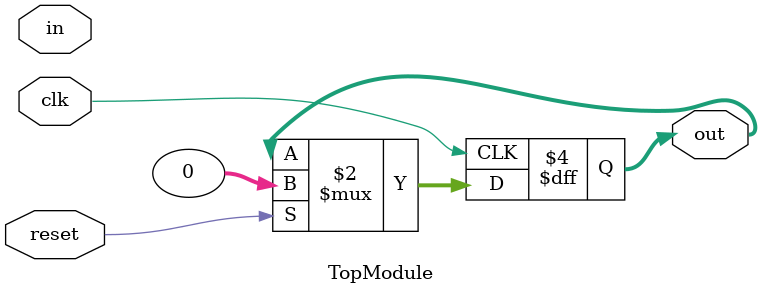
<source format=v>
module TopModule (
  input clk,
  input reset,
  input [31:0] in,
  output reg [31:0] out
);

  // Module body - leave empty or add minimal placeholder
  // Example placeholder:
  always @(posedge clk) begin
    if (reset) begin
      out <= 0;
    end else begin
      // Add your logic here
    end
  end

endmodule
</source>
